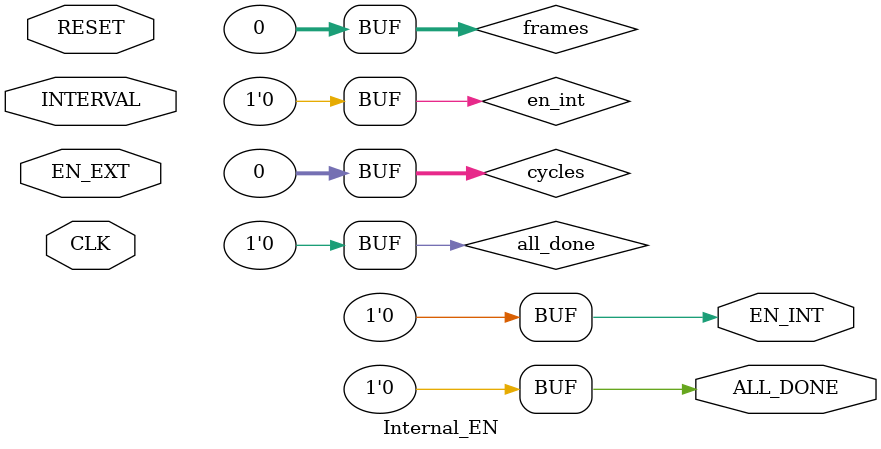
<source format=v>
`timescale 1ns / 1ps

module Internal_EN(
    input CLK,
    input RESET,
    input EN_EXT,
    input [15:0] INTERVAL,
    output EN_INT,
    output ALL_DONE
    );
    
    reg en_int, all_done;
    integer frames, cycles;   
    
    always @ (negedge RESET)
    begin
        en_int <= 1'b0;
        all_done <= 1'b0;
        frames <= 0;
        cycles <= 0;
    end
    
    always @ (EN_EXT == 1'b0)
    begin    
        en_int <= 1'b0;
        all_done <= 1'b0;
        frames <= 0;
        cycles <= 0;
    end
    
    always @ (posedge CLK) begin
        if (EN_EXT && !all_done) begin
            if (cycles == INTERVAL - 1'b1) begin   // the last clk cycle before the next time intervel, lower the en signal and rise it at the next cycle
                en_int <= 1'b0;
                cycles <= cycles + 1;
            end
            else if (cycles == INTERVAL) begin
                cycles <= 0;
                en_int <= 1'b1;
                if (frames == 9) begin  // all ten frames are processed, one movement is done, now wait for further instruction
                    all_done <= 1'b1;
                end
                else begin
                    frames <= frames + 1;
                end 
            end
            else begin 
                cycles <= cycles + 1;
                en_int <= 1'b1;
            end        
        end
    end
    
    assign ALL_DONE = all_done;
    assign EN_INT = en_int;
    
endmodule

</source>
